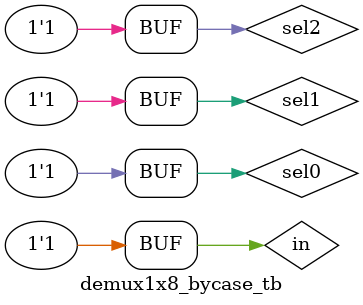
<source format=v>
module demux1x4(in,y0,y1,y2,y3,sel0,sel1);
input in,sel0,sel1;
output y0,y1,y2,y3;

assign y0 = (~sel1 & ~sel0 & in);
assign y1 = (~sel1 & sel0 & in);
assign y2 = (sel1 & ~sel0 & in);
assign y3 = (sel1 & sel0 & in);
endmodule
module demux1x4_tb; // TESTBENCH of Demultiplexer
reg in,sel0,sel1;
wire y0,y1,y2,y3;

demux1x4 axh3(in,y0,y1,y2,y3,sel0,sel1);
initial begin
    sel1 = 0; sel0 = 0; in = 1;
    #10 sel1 = 0; sel0 = 1; in = 1;
    #10 sel1 = 1; sel0 = 0; in = 1;
    #10 sel1 = 1; sel0 = 1; in = 1;
    #10 sel1 = 0; sel0 = 0; in = 1;
end
endmodule
//----------------------------------------------------------------------------------------------------------------------------------
// Designing 1:4 Demultiplexer using Case Statement  (Behavioural Modelling)
module demux1x4_bmodelling(in,y0,y1,y2,y3,sel0,sel1);
input in,sel0,sel1;
output reg y0,y1,y2,y3;

always@(*)begin
    y0 = 1'b0;
    y1 = 1'b0;
    y2 = 1'b0;
    y3 = 1'b0;
    
    case({sel1,sel0})
    2'b00: y0 = in;
    2'b01: y1 = in;
    2'b10: y2 = in;
    2'b11: y3 = in;
    default : begin
        y0 = 1'b0;
        y1 = 1'b0;
        y2 = 1'b0;
        y3 = 1'b0;
    end
    endcase
    end
endmodule
module  demux1x4_bmodelling_tb; // TESTBENCH
reg in,sel0,sel1;
wire y0,y1,y2,y3;

demux1x4_bmodelling gh13(in,y0,y1,y2,y3,sel0,sel1);
initial begin
    in = 1;sel1 = 0; sel0 = 0;
    #10 sel1 = 0; sel0 = 1;
    #10 sel1 = 1; sel0 = 0;
    #10 sel1 = 1; sel0 = 1;
    #10 sel1 = 0; sel0 = 0;
end
endmodule
//------------------------------------------------------------------------------------------------------------------------------------
// Designing 1:4 Demultiplexer usign if-else statement (Behavioural Modelling)
module demux_1x4_byifelse (in,sel0,sel1,y0,y1,y2,y3);
input in,sel0,sel1;
output reg y0,y1,y2,y3;

always@(*)begin
    y0 = 1'b0; y1 = 1'b0; y2 = 1'b0; y3 = 1'b0; // Initializing all the output as Zero

 if (sel0 == 0 && sel1 == 0)begin
    y0 = in;end
    else if(sel0 == 0 && sel1 == 1)begin
    y1 = in;end
    else if(sel0 == 1 && sel1 == 0)begin
    y2 = in;end
    else if(sel0 == 1 && sel1 == 1)begin
    y3 = in;end
end
endmodule
module demux_1x4_byifelse_tb; // TESTBENCH
reg in,sel0,sel1;
wire y0,y1,y2,y3;

demux_1x4_byifelse a1324(in,sel0,sel1,y0,y1,y2,y3);
initial begin
    $monitor("Time=%0t | in=%b | sel0=%b sel1=%b | y0=%b y1=%b y2=%b y3=%b",$time, in, sel0, sel1, y0, y1, y2, y3);
    in = 1;sel0 = 0; sel1 = 0;
    #10 sel0 = 0; sel1 = 1;
    #10 sel0 = 1; sel1 = 0;
    #10 sel0 = 1; sel1 = 1;
    #10 sel0 = 0; sel1 = 0;
end
endmodule
//---------------------------------------------------------------------------------------------------------------------------------------------
//Designing 1:8 Demultiplexer using DataFlow Modelling
module demux_1x8_dflow(in,y,sel0,sel1,sel2);
input in,sel0,sel1,sel2;
output [0:7]y;

assign y[0] = ~sel0 & ~sel1 & ~sel2;
assign y[1] = ~sel0 & ~sel1 & sel2;
assign y[2] = ~sel0 & sel1 & ~sel2;
assign y[3] = ~sel0 & sel1 & sel2;
assign y[4] = sel0 & ~sel1 & ~sel2;
assign y[5] = sel0 & ~sel1 & sel2;
assign y[6] = sel0 & sel1 & ~sel2;
assign y[7] = sel0 & sel1 & sel2;
endmodule
module demux_1x8_dflow_tb; // TESTBENCH
reg in,sel0,sel1,sel2;
wire [0:7]y;

demux_1x8_dflow gdh2(in,y,sel0,sel1,sel2);
initial begin
    $monitor ("Time = %0t | sel0 = %b  sel1 = %b  sel2 = %b | in = %b | y[0]=%b y[1]=%b y[2]=%b y[3]=%b y[4]=%b y[5]=%b y[6]=%b y[7]=%b",
     $time, sel0, sel1, sel2, in, y[0], y[1],y[2], y[3],y[4], y[5],y[6], y[7],);
    in = 1; sel0 = 0; sel1 = 0; sel2 = 0;
    #10 sel0 = 0; sel1 = 0; sel2 = 1;
    #10 sel0 = 0; sel1 = 1; sel2 = 0;
    #10 sel0 = 0; sel1 = 1; sel2 = 1;
    #10 sel0 = 1; sel1 = 0; sel2 = 0;
    #10 sel0 = 1; sel1 = 0; sel2 = 1;
    #10 sel0 = 1; sel1 = 1; sel2 = 0;
    #10 sel0 = 1; sel1 = 1; sel2 = 1;
    #10 sel0 = 0; sel1 = 0; sel2 = 0;
end
endmodule

//----------------------------------------------------------------------------------------------------------------------------------------------------------------------
// Designing 1:8 Demultiplexer using Case Statement (Behavioural Modelling)
module demux1x8_bycase (in,y,sel0,sel1,sel2);
input in,sel0,sel1,sel2;
output reg [0:7]y;

always@(*)begin
    y[0]= 1'b0;
    y[1]= 1'b0;
    y[2]= 1'b0;
    y[3]= 1'b0;
    y[4]= 1'b0;
    y[5]= 1'b0;
    y[6]= 1'b0;
    y[7]= 1'b0;

    case({sel0,sel1,sel2}) 
        3'b000: y[0] = in;
        3'b001: y[1] = in;
        3'b010: y[2] = in;
        3'b011: y[3] = in;
        3'b100: y[4] = in;
        3'b101: y[5] = in;
        3'b110: y[6] = in;
        3'b111: y[7] = in;  
        default: begin
            y[0]= 1'b0;
            y[1]= 1'b0;
            y[2]= 1'b0;
            y[3]= 1'b0;
            y[4]= 1'b0;
            y[5]= 1'b0;
            y[6]= 1'b0;
            y[7]= 1'b0;
        end
    endcase
end
endmodule
module demux1x8_bycase_tb; // TESTBENCH
reg in,sel0,sel1,sel2;
wire [0:7]y;

demux1x8_bycase dcsf(in,y,sel0,sel1,sel2);
initial begin
    $monitor("Time=%t | in=%b | sel0 = %b sel1=%b sel2=%b | y[0]=%b y[1]=%b y[2]=%b y[3]=%b y[4]=%b y[5]=%b y[6]=%b y[7]=%b", 
      $time, in, sel0, sel1, sel2, y[0], y[1], y[2], y[3], y[4], y[5], y[6], y[7]);
    in = 1; sel0 = 0; sel1 = 0; sel2 = 0;
    #10 sel0 = 0; sel1 = 0; sel2 = 1;
    #10 sel0 = 0; sel1 = 1; sel2 = 0;
    #10 sel0 = 0; sel1 = 1; sel2 = 1;
    #10 sel0 = 1; sel1 = 0; sel2 = 0;
    #10 sel0 = 1; sel1 = 0; sel2 = 1;
    #10 sel0 = 1; sel1 = 1; sel2 = 0;
    #10 sel0 = 1; sel1 = 1; sel2 = 1;
end
endmodule
//---------------------------------------------------------------------------------------------------------------------------------------------
        

</source>
